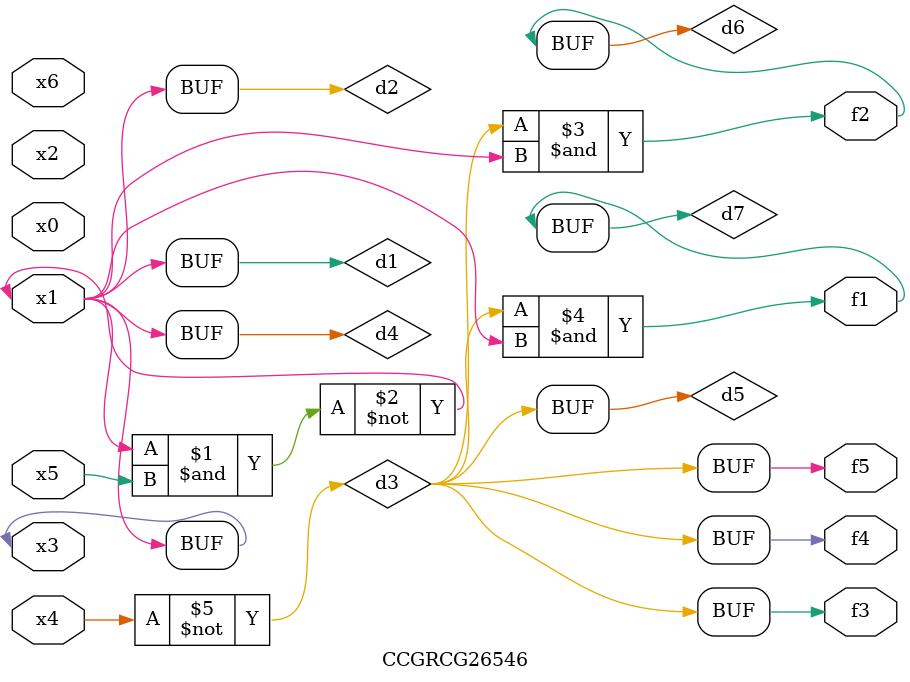
<source format=v>
module CCGRCG26546(
	input x0, x1, x2, x3, x4, x5, x6,
	output f1, f2, f3, f4, f5
);

	wire d1, d2, d3, d4, d5, d6, d7;

	buf (d1, x1, x3);
	nand (d2, x1, x5);
	not (d3, x4);
	buf (d4, d1, d2);
	buf (d5, d3);
	and (d6, d3, d4);
	and (d7, d3, d4);
	assign f1 = d7;
	assign f2 = d6;
	assign f3 = d5;
	assign f4 = d5;
	assign f5 = d5;
endmodule

</source>
